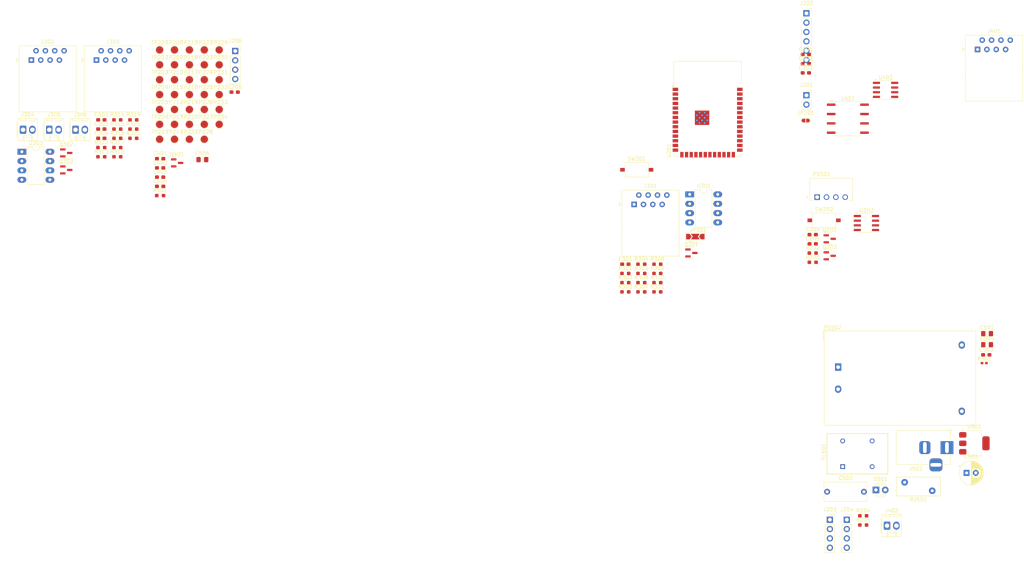
<source format=kicad_pcb>
(kicad_pcb (version 20240108) (generator "pcbnew") (generator_version "8.0")
  (layers (0 "F.Cu" signal) (31 "B.Cu" signal) (34 "B.Paste" user) (35 "F.Paste" user) (36 "B.SilkS" user "B.Silkscreen") (37 "F.SilkS" user "F.Silkscreen") (38 "B.Mask" user) (39 "F.Mask" user) (44 "Edge.Cuts" user))
  (net 0 "")
  (net 1 "Net-(JP201-B)")
  (net 2 "+5V")
  (net 3 "RS485_VCC")
  (net 4 "A2")
  (net 5 "VCC")
  (net 10 "B2")
  (net 12 "TX-485")
  (net 13 "DE-485")
  (net 14 "RE-485")
  (net 15 "RX-485")
  (net 16 "B3")
  (net 17 "A3")
  (net 18 "Net-(C502-Pad1)")
  (net 19 "Net-(J501-Pin_1)")
  (net 20 "A1")
  (net 21 "B1")
  (net 26 "IO1")
  (net 28 "IO2")
  (net 29 "IO3")
  (net 30 "IO4")
  (net 31 "IO5")
  (net 32 "IO6")
  (net 33 "IO7")
  (net 34 "IO8")
  (net 35 "IO9")
  (net 36 "IO10")
  (net 37 "GND")
  (net 38 "3V3")
  (net 39 "RST")
  (net 40 "EN")
  (net 42 "UART0TX")
  (net 43 "UART0RX")
  (net 44 "IO11")
  (net 45 "IO12")
  (net 47 "Net-(D501-A)")
  (net 48 "IO13")
  (net 49 "IO14")
  (net 50 "IO15")
  (net 51 "IO16")
  (net 52 "USB +")
  (net 53 "Net-(PS502-AC_2)")
  (net 54 "USB -")
  (net 64 "Net-(PS502-AC_1)")
  (net 66 "SDA")
  (net 72 "ISO_5V")
  (net 73 "ISO_GND")
  (net 74 "Net-(Q201-B)")
  (net 75 "/ESP32-S3-MINI-module/RTS")
  (net 76 "/ESP32-S3-MINI-module/DTR")
  (net 77 "Net-(Q202-B)")
  (net 78 "+3.3V")
  (net 79 "SCL")
  (net 80 "/CAN_module/CAN_H")
  (net 81 "/CAN_module/CAN_L")
  (net 82 "/ESP32-S3-MINI-module/MISO")
  (net 83 "/ESP32-S3-MINI-module/SCK")
  (net 84 "/ESP32-S3-MINI-module/MOSI")
  (net 85 "/ESP32-S3-MINI-module/SD_CS")
  (net 86 "IO38")
  (net 87 "IO40")
  (net 88 "IO41")
  (net 89 "IO46")
  (footprint "Resistor_SMD:R_0603_1608Metric_Pad0.98x0.95mm_HandSolder" (layer "F.Cu") (at 178.025 90.31)
    (property "Reference" "R302" (at 0 -1.43 0) (layer "F.SilkS"))
    (property "Value" "10K")
    (pad "1" smd roundrect (at -0.9125 0) (size 0.975 0.95) (layers "F.Cu" "F.Paste" "F.Mask") (net 13 "DE-485"))
    (pad "2" smd roundrect (at 0.9125 0) (size 0.975 0.95) (layers "F.Cu" "F.Paste" "F.Mask") (net 3 "RS485_VCC"))
  )
  (footprint "Resistor_SMD:R_0603_1608Metric_Pad0.98x0.95mm_HandSolder" (layer "F.Cu") (at 182.375 87.8)
    (property "Reference" "R305" (at 0 -1.43 0) (layer "F.SilkS"))
    (property "Value" "10K")
    (pad "1" smd roundrect (at -0.9125 0) (size 0.975 0.95) (layers "F.Cu" "F.Paste" "F.Mask") (net 4 "A2"))
    (pad "2" smd roundrect (at 0.9125 0) (size 0.975 0.95) (layers "F.Cu" "F.Paste" "F.Mask") (net 3 "RS485_VCC"))
  )
  (footprint "TestPoint:TestPoint_Pad_D2.0mm" (layer "F.Cu") (at 55.5375 35.12)
    (property "Reference" "TP210" (at 0 -1.998 0) (layer "F.SilkS"))
    (property "Value" "TestPoint")
    (pad "1" smd circle (at 0 0) (size 2 2) (layers "F.Cu" "F.Mask") (net 36 "IO10"))
  )
  (footprint "Capacitor_SMD:C_0603_1608Metric_Pad1.08x0.95mm_HandSolder" (layer "F.Cu") (at 227.075 30.76)
    (property "Reference" "C202" (at 0 -1.43 0) (layer "F.SilkS"))
    (property "Value" "10uF")
    (pad "1" smd roundrect (at -0.8625 0) (size 1.075 0.95) (layers "F.Cu" "F.Paste" "F.Mask") (net 38 "3V3"))
    (pad "2" smd roundrect (at 0.8625 0) (size 1.075 0.95) (layers "F.Cu" "F.Paste" "F.Mask") (net 37 "GND"))
  )
  (footprint "Package_TO_SOT_SMD:SOT-23" (layer "F.Cu") (at 26.1375 55.035)
    (property "Reference" "D302" (at 0 -2.4 0) (layer "F.SilkS"))
    (property "Value" "SM712_SOT23")
    (pad "1" smd roundrect (at -0.9375 -0.95) (size 1.475 0.6) (layers "F.Cu" "F.Paste" "F.Mask") (net 17 "A3"))
    (pad "2" smd roundrect (at -0.9375 0.95) (size 1.475 0.6) (layers "F.Cu" "F.Paste" "F.Mask") (net 16 "B3"))
    (pad "3" smd roundrect (at 0.9375 0) (size 1.475 0.6) (layers "F.Cu" "F.Paste" "F.Mask") (net 37 "GND"))
  )
  (footprint "TestPoint:TestPoint_Pad_D2.0mm" (layer "F.Cu") (at 51.4875 47.27)
    (property "Reference" "TP206" (at 0 -1.998 0) (layer "F.SilkS"))
    (property "Value" "TestPoint")
    (pad "1" smd circle (at 0 0) (size 2 2) (layers "F.Cu" "F.Mask") (net 32 "IO6"))
  )
  (footprint "TestPoint:TestPoint_Pad_D2.0mm" (layer "F.Cu") (at 51.4875 43.22)
    (property "Reference" "TP205" (at 0 -1.998 0) (layer "F.SilkS"))
    (property "Value" "TestPoint")
    (pad "1" smd circle (at 0 0) (size 2 2) (layers "F.Cu" "F.Mask") (net 31 "IO5"))
  )
  (footprint "Resistor_SMD:R_0603_1608Metric_Pad0.98x0.95mm_HandSolder" (layer "F.Cu") (at 178.025 92.82)
    (property "Reference" "R303" (at 0 -1.43 0) (layer "F.SilkS"))
    (property "Value" "10K")
    (pad "1" smd roundrect (at -0.9125 0) (size 0.975 0.95) (layers "F.Cu" "F.Paste" "F.Mask") (net 14 "RE-485"))
    (pad "2" smd roundrect (at 0.9125 0) (size 0.975 0.95) (layers "F.Cu" "F.Paste" "F.Mask") (net 3 "RS485_VCC"))
  )
  (footprint "TestPoint:TestPoint_Pad_D2.0mm" (layer "F.Cu") (at 67.6875 35.12)
    (property "Reference" "TP231" (at 0 -1.998 0) (layer "F.SilkS"))
    (property "Value" "TestPoint")
    (pad "1" smd circle (at 0 0) (size 2 2) (layers "F.Cu" "F.Mask") (net 79 "SCL"))
  )
  (footprint "Connector_RJ:RJ45_Amphenol_54602-x08_Horizontal" (layer "F.Cu") (at 273.7175 26.9)
    (property "Reference" "J401" (at 4.445 -5 0) (layer "F.SilkS"))
    (property "Value" "RJ45")
    (pad "" np_thru_hole circle (at -1.27 6.35) (size 3.2 3.2) (drill 3.2) (layers "*.Cu" "*.Mask"))
    (pad "" np_thru_hole circle (at 10.16 6.35) (size 3.2 3.2) (drill 3.2) (layers "*.Cu" "*.Mask"))
    (pad "1" thru_hole rect (at 0 0) (size 1.5 1.5) (drill 0.76) (layers "*.Cu" "*.Mask"))
    (pad "2" thru_hole circle (at 1.27 -2.54) (size 1.5 1.5) (drill 0.76) (layers "*.Cu" "*.Mask"))
    (pad "3" thru_hole circle (at 2.54 0) (size 1.5 1.5) (drill 0.76) (layers "*.Cu" "*.Mask"))
    (pad "4" thru_hole circle (at 3.81 -2.54) (size 1.5 1.5) (drill 0.76) (layers "*.Cu" "*.Mask"))
    (pad "5" thru_hole circle (at 5.08 0) (size 1.5 1.5) (drill 0.76) (layers "*.Cu" "*.Mask"))
    (pad "6" thru_hole circle (at 6.35 -2.54) (size 1.5 1.5) (drill 0.76) (layers "*.Cu" "*.Mask"))
    (pad "7" thru_hole circle (at 7.62 0) (size 1.5 1.5) (drill 0.76) (layers "*.Cu" "*.Mask"))
    (pad "8" thru_hole circle (at 8.89 -2.54) (size 1.5 1.5) (drill 0.76) (layers "*.Cu" "*.Mask"))
  )
  (footprint "TestPoint:TestPoint_Pad_D2.0mm" (layer "F.Cu") (at 51.4875 35.12)
    (property "Reference" "TP203" (at 0 -1.998 0) (layer "F.SilkS"))
    (property "Value" "TestPoint")
    (pad "1" smd circle (at 0 0) (size 2 2) (layers "F.Cu" "F.Mask") (net 29 "IO3"))
  )
  (footprint "Capacitor_SMD:C_0805_2012Metric_Pad1.18x1.45mm_HandSolder" (layer "F.Cu") (at 63.1075 56.85)
    (property "Reference" "C506" (at 0 -1.68 0) (layer "F.SilkS"))
    (property "Value" "0.1MFD/16V")
    (pad "1" smd roundrect (at -1.0375 0) (size 1.175 1.45) (layers "F.Cu" "F.Paste" "F.Mask") (roundrect_rratio 0.212766) (net 38 "3V3"))
    (pad "2" smd roundrect (at 1.0375 0) (size 1.175 1.45) (layers "F.Cu" "F.Paste" "F.Mask") (roundrect_rratio 0.212766) (net 37 "GND"))
  )
  (footprint "TestPoint:TestPoint_Pad_D2.0mm" (layer "F.Cu") (at 51.4875 31.07)
    (property "Reference" "TP202" (at 0 -1.998 0) (layer "F.SilkS"))
    (property "Value" "TestPoint")
    (pad "1" smd circle (at 0 0) (size 2 2) (layers "F.Cu" "F.Mask") (net 28 "IO2"))
  )
  (footprint "Capacitor_SMD:C_0603_1608Metric_Pad1.08x0.95mm_HandSolder" (layer "F.Cu") (at 35.6575 46.04)
    (property "Reference" "C302" (at 0 -1.43 0) (layer "F.SilkS"))
    (property "Value" "0.1MFD/16V")
    (pad "1" smd roundrect (at -0.8625 0) (size 1.075 0.95) (layers "F.Cu" "F.Paste" "F.Mask") (net 3 "RS485_VCC"))
    (pad "2" smd roundrect (at 0.8625 0) (size 1.075 0.95) (layers "F.Cu" "F.Paste" "F.Mask") (net 37 "GND"))
  )
  (footprint "Connector_RJ:RJ45_Amphenol_54602-x08_Horizontal" (layer "F.Cu") (at 180.41 69.04)
    (property "Reference" "J301" (at 4.445 -5 0) (layer "F.SilkS"))
    (property "Value" "RJ45")
    (pad "" np_thru_hole circle (at -1.27 6.35) (size 3.2 3.2) (drill 3.2) (layers "*.Cu" "*.Mask"))
    (pad "" np_thru_hole circle (at 10.16 6.35) (size 3.2 3.2) (drill 3.2) (layers "*.Cu" "*.Mask"))
    (pad "1" thru_hole rect (at 0 0) (size 1.5 1.5) (drill 0.76) (layers "*.Cu" "*.Mask") (net 21 "B1"))
    (pad "2" thru_hole circle (at 1.27 -2.54) (size 1.5 1.5) (drill 0.76) (layers "*.Cu" "*.Mask") (net 20 "A1"))
    (pad "3" thru_hole circle (at 2.54 0) (size 1.5 1.5) (drill 0.76) (layers "*.Cu" "*.Mask") (net 37 "GND"))
    (pad "4" thru_hole circle (at 3.81 -2.54) (size 1.5 1.5) (drill 0.76) (layers "*.Cu" "*.Mask"))
    (pad "5" thru_hole circle (at 5.08 0) (size 1.5 1.5) (drill 0.76) (layers "*.Cu" "*.Mask"))
    (pad "6" thru_hole circle (at 6.35 -2.54) (size 1.5 1.5) (drill 0.76) (layers "*.Cu" "*.Mask") (net 37 "GND"))
    (pad "7" thru_hole circle (at 7.62 0) (size 1.5 1.5) (drill 0.76) (layers "*.Cu" "*.Mask") (net 20 "A1"))
    (pad "8" thru_hole circle (at 8.89 -2.54) (size 1.5 1.5) (drill 0.76) (layers "*.Cu" "*.Mask") (net 21 "B1"))
  )
  (footprint "Button_Switch_SMD:SW_Tactile_SPST_NO_Straight_CK_PTS636Sx25SMTRLFS" (layer "F.Cu") (at 181.125 59.62)
    (property "Reference" "SW201" (at 0 -3 0) (layer "F.SilkS"))
    (property "Value" "SW_Omron_B3FS")
    (pad "1" smd rect (at -3.875 0) (size 1.25 1) (layers "F.Cu" "F.Paste" "F.Mask") (net 1 "Net-(JP201-B)"))
    (pad "2" smd rect (at 3.875 0) (size 1.25 1) (layers "F.Cu" "F.Paste" "F.Mask") (net 37 "GND"))
  )
  (footprint "Resistor_SMD:R_0603_1608Metric_Pad0.98x0.95mm_HandSolder" (layer "F.Cu") (at 44.3575 46.04)
    (property "Reference" "R319" (at 0 -1.43 0) (layer "F.SilkS"))
    (property "Value" "10K")
    (pad "1" smd roundrect (at -0.9125 0) (size 0.975 0.95) (layers "F.Cu" "F.Paste" "F.Mask") (net 20 "A1"))
    (pad "2" smd roundrect (at 0.9125 0) (size 0.975 0.95) (layers "F.Cu" "F.Paste" "F.Mask") (net 3 "RS485_VCC"))
  )
  (footprint "TestPoint:TestPoint_Pad_D2.0mm" (layer "F.Cu") (at 55.5375 31.07)
    (property "Reference" "TP209" (at 0 -1.998 0) (layer "F.SilkS"))
    (property "Value" "TestPoint")
    (pad "1" smd circle (at 0 0) (size 2 2) (layers "F.Cu" "F.Mask") (net 35 "IO9"))
  )
  (footprint "Connector_Molex:Molex_KK-254_AE-6410-02A_1x02_P2.54mm_Vertical" (layer "F.Cu") (at 21.5175 48.73)
    (property "Reference" "J305" (at 1.27 -4.12 0) (layer "F.SilkS"))
    (property "Value" "Conn_01x02_Socket")
    (pad "1" thru_hole roundrect (at 0 0) (size 1.74 2.19) (drill 1.19) (layers "*.Cu" "*.Mask") (roundrect_rratio 0.143678) (net 4 "A2"))
    (pad "2" thru_hole oval (at 2.54 0) (size 1.74 2.19) (drill 1.19) (layers "*.Cu" "*.Mask") (net 10 "B2"))
  )
  (footprint "Resistor_SMD:R_0603_1608Metric_Pad0.98x0.95mm_HandSolder" (layer "F.Cu") (at 51.6375 66.64)
    (property "Reference" "R401" (at 0 -1.43 0) (layer "F.SilkS"))
    (property "Value" "120R")
    (pad "1" smd roundrect (at -0.9125 0) (size 0.975 0.95) (layers "F.Cu" "F.Paste" "F.Mask") (net 80 "/CAN_module/CAN_H"))
    (pad "2" smd roundrect (at 0.9125 0) (size 0.975 0.95) (layers "F.Cu" "F.Paste" "F.Mask") (net 81 "/CAN_module/CAN_L"))
  )
  (footprint "Connector_RJ:RJ45_Amphenol_54602-x08_Horizontal" (layer "F.Cu") (at 34.3375 29.79)
    (property "Reference" "J303" (at 4.445 -5 0) (layer "F.SilkS"))
    (property "Value" "RJ45")
    (pad "" np_thru_hole circle (at -1.27 6.35) (size 3.2 3.2) (drill 3.2) (layers "*.Cu" "*.Mask"))
    (pad "" np_thru_hole circle (at 10.16 6.35) (size 3.2 3.2) (drill 3.2) (layers "*.Cu" "*.Mask"))
    (pad "1" thru_hole rect (at 0 0) (size 1.5 1.5) (drill 0.76) (layers "*.Cu" "*.Mask") (net 16 "B3"))
    (pad "2" thru_hole circle (at 1.27 -2.54) (size 1.5 1.5) (drill 0.76) (layers "*.Cu" "*.Mask") (net 17 "A3"))
    (pad "3" thru_hole circle (at 2.54 0) (size 1.5 1.5) (drill 0.76) (layers "*.Cu" "*.Mask") (net 37 "GND"))
    (pad "4" thru_hole circle (at 3.81 -2.54) (size 1.5 1.5) (drill 0.76) (layers "*.Cu" "*.Mask"))
    (pad "5" thru_hole circle (at 5.08 0) (size 1.5 1.5) (drill 0.76) (layers "*.Cu" "*.Mask"))
    (pad "6" thru_hole circle (at 6.35 -2.54) (size 1.5 1.5) (drill 0.76) (layers "*.Cu" "*.Mask") (net 37 "GND"))
    (pad "7" thru_hole circle (at 7.62 0) (size 1.5 1.5) (drill 0.76) (layers "*.Cu" "*.Mask") (net 17 "A3"))
    (pad "8" thru_hole circle (at 8.89 -2.54) (size 1.5 1.5) (drill 0.76) (layers "*.Cu" "*.Mask") (net 16 "B3"))
  )
  (footprint "TestPoint:TestPoint_Pad_D2.0mm" (layer "F.Cu") (at 63.6375 51.32)
    (property "Reference" "TP228" (at 0 -1.998 0) (layer "F.SilkS"))
    (property "Value" "TestPoint")
    (pad "1" smd circle (at 0 0) (size 2 2) (layers "F.Cu" "F.Mask") (net 87 "IO40"))
  )
  (footprint "Package_TO_SOT_SMD:SOT-23" (layer "F.Cu") (at 233.545 78.39)
    (property "Reference" "Q201" (at 0 -2.4 0) (layer "F.SilkS"))
    (property "Value" "MMBT3904")
    (pad "1" smd roundrect (at -0.9375 -0.95) (size 1.475 0.6) (layers "F.Cu" "F.Paste" "F.Mask") (net 74 "Net-(Q201-B)"))
    (pad "2" smd roundrect (at -0.9375 0.95) (size 1.475 0.6) (layers "F.Cu" "F.Paste" "F.Mask") (net 75 "/ESP32-S3-MINI-module/RTS"))
    (pad "3" smd roundrect (at 0.9375 0) (size 1.475 0.6) (layers "F.Cu" "F.Paste" "F.Mask") (net 40 "EN"))
  )
  (footprint "Resistor_SMD:R_0603_1608Metric_Pad0.98x0.95mm_HandSolder" (layer "F.Cu") (at 35.6575 53.57)
    (property "Reference" "R312" (at 0 -1.43 0) (layer "F.SilkS"))
    (property "Value" "10K")
    (pad "1" smd roundrect (at -0.9125 0) (size 0.975 0.95) (layers "F.Cu" "F.Paste" "F.Mask") (net 12 "TX-485"))
    (pad "2" smd roundrect (at 0.9125 0) (size 0.975 0.95) (layers "F.Cu" "F.Paste" "F.Mask") (net 3 "RS485_VCC"))
  )
  (footprint "Capacitor_SMD:C_0603_1608Metric_Pad1.08x0.95mm_HandSolder" (layer "F.Cu") (at 228.925 77.245)
    (property "Reference" "C204" (at 0 -1.43 0) (layer "F.SilkS"))
    (property "Value" "0.1uF")
    (pad "1" smd roundrect (at -0.8625 0) (size 1.075 0.95) (layers "F.Cu" "F.Paste" "F.Mask") (net 38 "3V3"))
    (pad "2" smd roundrect (at 0.8625 0) (size 1.075 0.95) (layers "F.Cu" "F.Paste" "F.Mask") (net 37 "GND"))
  )
  (footprint "Package_TO_SOT_SMD:SOT-23" (layer "F.Cu") (at 233.545 83.015)
    (property "Reference" "Q202" (at 0 -2.4 0) (layer "F.SilkS"))
    (property "Value" "MMBT3904")
    (pad "1" smd roundrect (at -0.9375 -0.95) (size 1.475 0.6) (layers "F.Cu" "F.Paste" "F.Mask") (net 77 "Net-(Q202-B)"))
    (pad "2" smd roundrect (at -0.9375 0.95) (size 1.475 0.6) (layers "F.Cu" "F.Paste" "F.Mask") (net 76 "/ESP32-S3-MINI-module/DTR"))
    (pad "3" smd roundrect (at 0.9375 0) (size 1.475 0.6) (layers "F.Cu" "F.Paste" "F.Mask") (net 39 "RST"))
  )
  (footprint "Resistor_SMD:R_0603_1608Metric_Pad0.98x0.95mm_HandSolder" (layer "F.Cu") (at 228.925 82.265)
    (property "Reference" "R202" (at 0 -1.43 0) (layer "F.SilkS"))
    (property "Value" "0R_0603")
    (pad "1" smd roundrect (at -0.9125 0) (size 0.975 0.95) (layers "F.Cu" "F.Paste" "F.Mask") (net 76 "/ESP32-S3-MINI-module/DTR"))
    (pad "2" smd roundrect (at 0.9125 0) (size 0.975 0.95) (layers "F.Cu" "F.Paste" "F.Mask") (net 74 "Net-(Q201-B)"))
  )
  (footprint "TestPoint:TestPoint_Pad_D2.0mm" (layer "F.Cu") (at 67.6875 31.07)
    (property "Reference" "TP230" (at 0 -1.998 0) (layer "F.SilkS"))
    (property "Value" "TestPoint")
    (pad "1" smd circle (at 0 0) (size 2 2) (layers "F.Cu" "F.Mask") (net 89 "IO46"))
  )
  (footprint "Capacitor_SMD:C_0603_1608Metric_Pad1.08x0.95mm_HandSolder" (layer "F.Cu") (at 51.6375 61.62)
    (property "Reference" "C403" (at 0 -1.43 0) (layer "F.SilkS"))
    (property "Value" "100nF")
    (pad "1" smd roundrect (at -0.8625 0) (size 1.075 0.95) (layers "F.Cu" "F.Paste" "F.Mask") (net 73 "ISO_GND"))
    (pad "2" smd roundrect (at 0.8625 0) (size 1.075 0.95) (layers "F.Cu" "F.Paste" "F.Mask") (net 72 "ISO_5V"))
  )
  (footprint "TestPoint:TestPoint_Pad_D2.0mm" (layer "F.Cu") (at 55.5375 27.02)
    (property "Reference" "TP208" (at 0 -1.998 0) (layer "F.SilkS"))
    (property "Value" "TestPoint")
    (pad "1" smd circle (at 0 0) (size 2 2) (layers "F.Cu" "F.Mask") (net 34 "IO8"))
  )
  (footprint "Resistor_SMD:R_0402_1005Metric_Pad0.72x0.64mm_HandSolder" (layer "F.Cu") (at 275.53 112.195)
    (property "Reference" "R501" (at 0 -1.17 0) (layer "F.SilkS"))
    (property "Value" "1.5K")
    (pad "1" smd roundrect (at -0.5975 0) (size 0.715 0.64) (layers "F.Cu" "F.Paste" "F.Mask") (net 38 "3V3"))
    (pad "2" smd roundrect (at 0.5975 0) (size 0.715 0.64) (layers "F.Cu" "F.Paste" "F.Mask") (net 47 "Net-(D501-A)"))
  )
  (footprint "TestPoint:TestPoint_Pad_D2.0mm" (layer "F.Cu") (at 63.6375 43.22)
    (property "Reference" "TP226" (at 0 -1.998 0) (layer "F.SilkS"))
    (property "Value" "TestPoint")
    (pad "1" smd circle (at 0 0) (size 2 2) (layers "F.Cu" "F.Mask") (net 85 "/ESP32-S3-MINI-module/SD_CS"))
  )
  (footprint "TestPoint:TestPoint_Pad_D2.0mm" (layer "F.Cu") (at 59.5875 47.27)
    (property "Reference" "TP220" (at 0 -1.998 0) (layer "F.SilkS"))
    (property "Value" "TestPoint")
    (pad "1" smd circle (at 0 0) (size 2 2) (layers "F.Cu" "F.Mask") (net 15 "RX-485"))
  )
  (footprint "Button_Switch_SMD:SW_Tactile_SPST_NO_Straight_CK_PTS636Sx25SMTRLFS" (layer "F.Cu") (at 232.025 73.365)
    (property "Reference" "SW202" (at 0 -3 0) (layer "F.SilkS"))
    (property "Value" "SW_Omron_B3FS")
    (pad "1" smd rect (at -3.875 0) (size 1.25 1) (layers "F.Cu" "F.Paste" "F.Mask") (net 39 "RST"))
    (pad "2" smd rect (at 3.875 0) (size 1.25 1) (layers "F.Cu" "F.Paste" "F.Mask") (net 37 "GND"))
  )
  (footprint "Connector_RJ:RJ45_Amphenol_54602-x08_Horizontal" (layer "F.Cu") (at 16.6525 29.79)
    (property "Reference" "J302" (at 4.445 -5 0) (layer "F.SilkS"))
    (property "Value" "RJ45")
    (pad "" np_thru_hole circle (at -1.27 6.35) (size 3.2 3.2) (drill 3.2) (layers "*.Cu" "*.Mask"))
    (pad "" np_thru_hole circle (at 10.16 6.35) (size 3.2 3.2) (drill 3.2) (layers "*.Cu" "*.Mask"))
    (pad "1" thru_hole rect (at 0 0) (size 1.5 1.5) (drill 0.76) (layers "*.Cu" "*.Mask") (net 10 "B2"))
    (pad "2" thru_hole circle (at 1.27 -2.54) (size 1.5 1.5) (drill 0.76) (layers "*.Cu" "*.Mask") (net 4 "A2"))
    (pad "3" thru_hole circle (at 2.54 0) (size 1.5 1.5) (drill 0.76) (layers "*.Cu" "*.Mask") (net 37 "GND"))
    (pad "4" thru_hole circle (at 3.81 -2.54) (size 1.5 1.5) (drill 0.76) (layers "*.Cu" "*.Mask"))
    (pad "5" thru_hole circle (at 5.08 0) (size 1.5 1.5) (drill 0.76) (layers "*.Cu" "*.Mask"))
    (pad "6" thru_hole circle (at 6.35 -2.54) (size 1.5 1.5) (drill 0.76) (layers "*.Cu" "*.Mask") (net 37 "GND"))
    (pad "7" thru_hole circle (at 7.62 0) (size 1.5 1.5) (drill 0.76) (layers "*.Cu" "*.Mask") (net 4 "A2"))
    (pad "8" thru_hole circle (at 8.89 -2.54) (size 1.5 1.5) (drill 0.76) (layers "*.Cu" "*.Mask") (net 10 "B2"))
  )
  (footprint "LED_THT:LED_D3.0mm" (layer "F.Cu") (at 246.1 146.675)
    (property "Reference" "D501" (at 1.27 -2.96 0) (layer "F.SilkS"))
    (property "Value" "3mm RED")
    (pad "1" thru_hole rect (at 0 0) (size 1.8 1.8) (drill 0.9) (layers "*.Cu" "*.Mask") (net 37 "GND"))
    (pad "2" thru_hole circle (at 2.54 0) (size 1.8 1.8) (drill 0.9) (layers "*.Cu" "*.Mask") (net 47 "Net-(D501-A)"))
  )
  (footprint "TestPoint:TestPoint_Pad_D2.0mm" (layer "F.Cu") (at 51.4875 51.32)
    (property "Reference" "TP207" (at 0 -1.998 0) (layer "F.SilkS"))
    (property "Value" "TestPoint")
    (pad "1" smd circle (at 0 0) (size 2 2) (layers "F.Cu" "F.Mask") (net 33 "IO7"))
  )
  (footprint "Capacitor_SMD:C_0603_1608Metric_Pad1.08x0.95mm_HandSolder" (layer "F.Cu") (at 35.6575 51.06)
    (property "Reference" "C304" (at 0 -1.43 0) (layer "F.SilkS"))
    (property "Value" "0.1MFD/16V")
    (pad "1" smd roundrect (at -0.8625 0) (size 1.075 0.95) (layers "F.Cu" "F.Paste" "F.Mask") (net 3 "RS485_VCC"))
    (pad "2" smd roundrect (at 0.8625 0) (size 1.075 0.95) (layers "F.Cu" "F.Paste" "F.Mask") (net 37 "GND"))
  )
  (footprint "Connector_PinSocket_2.54mm:PinSocket_1x04_P2.54mm_Vertical" (layer "F.Cu") (at 233.6 154.775)
    (property "Reference" "J203" (at 0 -2.77 0) (layer "F.SilkS"))
    (property "Value" "Conn_01x04_Socket")
    (pad "1" thru_hole rect (at 0 0) (size 1.7 1.7) (drill 1) (layers "*.Cu" "*.Mask") (net 37 "GND"))
    (pad "2" thru_hole oval (at 0 2.54) (size 1.7 1.7) (drill 1) (layers "*.Cu" "*.Mask") (net 38 "3V3"))
    (pad "3" thru_hole oval (at 0 5.08) (size 1.7 1.7) (drill 1) (layers "*.Cu" "*.Mask") (net 79 "SCL"))
    (pad "4" thru_hole oval (at 0 7.62) (size 1.7 1.7) (drill 1) (layers "*.Cu" "*.Mask") (net 66 "SDA"))
  )
  (footprint "Resistor_SMD:R_0603_1608Metric_Pad0.98x0.95mm_HandSolder" (layer "F.Cu") (at 40.0075 48.55)
    (property "Reference" "R315" (at 0 -1.43 0) (layer "F.SilkS"))
    (property "Value" "10K")
    (pad "1" smd roundrect (at -0.9125 0) (size 0.975 0.95) (layers "F.Cu" "F.Paste" "F.Mask") (net 15 "RX-485"))
    (pad "2" smd roundrect (at 0.9125 0) (size 0.975 0.95) (layers "F.Cu" "F.Paste" "F.Mask") (net 3 "RS485_VCC"))
  )
  (footprint "TestPoint:TestPoint_Pad_D2.0mm" (layer "F.Cu") (at 67.6875 27.02)
    (property "Reference" "TP229" (at 0 -1.998 0) (layer "F.SilkS"))
    (property "Value" "TestPoint")
    (pad "1" smd circle (at 0 0) (size 2 2) (layers "F.Cu" "F.Mask") (net 88 "IO41"))
  )
  (footprint "Varistor:RV_Disc_D12mm_W5.1mm_P7.5mm" (layer "F.Cu") (at 253.9 144.605)
    (property "Reference" "RV501" (at 3.75 4.7 0) (layer "F.SilkS"))
    (property "Value" "10D561")
    (pad "1" thru_hole circle (at 0 0) (size 1.8 1.8) (drill 0.8) (layers "*.Cu" "*.Mask") (net 19 "Net-(J501-Pin_1)"))
    (pad "2" thru_hole circle (at 7.5 2.3) (size 1.8 1.8) (drill 0.8) (layers "*.Cu" "*.Mask") (net 18 "Net-(C502-Pad1)"))
  )
  (footprint "Resistor_SMD:R_0603_1608Metric_Pad0.98x0.95mm_HandSolder" (layer "F.Cu") (at 40.0075 56.08)
    (property "Reference" "R318" (at 0 -1.43 0) (layer "F.SilkS"))
    (property "Value" "120R")
    (pad "1" smd roundrect (at -0.9125 0) (size 0.975 0.95) (layers "F.Cu" "F.Paste" "F.Mask") (net 17 "A3"))
    (pad "2" smd roundrect (at 0.9125 0) (size 0.975 0.95) (layers "F.Cu" "F.Paste" "F.Mask") (net 16 "B3"))
  )
  (footprint "Connector_Molex:Molex_KK-254_AE-6410-02A_1x02_P2.54mm_Vertical" (layer "F.Cu") (at 28.6475 48.73)
    (property "Reference" "J306" (at 1.27 -4.12 0) (layer "F.SilkS"))
    (property "Value" "Conn_01x02_Socket")
    (pad "1" thru_hole roundrect (at 0 0) (size 1.74 2.19) (drill 1.19) (layers "*.Cu" "*.Mask") (roundrect_rratio 0.143678) (net 17 "A3"))
    (pad "2" thru_hole oval (at 2.54 0) (size 1.74 2.19) (drill 1.19) (layers "*.Cu" "*.Mask") (net 16 "B3"))
  )
  (footprint "TestPoint:TestPoint_Pad_D2.0mm" (layer "F.Cu") (at 59.5875 51.32)
    (property "Reference" "TP221" (at 0 -1.998 0) (layer "F.SilkS"))
    (property "Value" "TestPoint")
    (pad "1" smd circle (at 0 0) (size 2 2) (layers "F.Cu" "F.Mask") (net 52 "USB +"))
  )
  (footprint "Package_TO_SOT_SMD:SOT-23" (layer "F.Cu") (at 195.975 82.245)
    (property "Reference" "D301" (at 0 -2.4 0) (layer "F.SilkS"))
    (property "Value" "SM712_SOT23")
    (pad "1" smd roundrect (at -0.9375 -0.95) (size 1.475 0.6) (layers "F.Cu" "F.Paste" "F.Mask") (net 4 "A2"))
    (pad "2" smd roundrect (at -0.9375 0.95) (size 1.475 0.6) (layers "F.Cu" "F.Paste" "F.Mask") (net 10 "B2"))
    (pad "3" smd roundrect (at 0.9375 0) (size 1.475 0.6) (layers "F.Cu" "F.Paste" "F.Mask") (net 37 "GND"))
  )
  (footprint "RF_Module:ESP32-S3-MINI-S3-WROOM-1" (layer "F.Cu") (at 200.375 43.02)
    (property "Reference" "U201" (at -10.5 11.4 90) (layer "F.SilkS"))
    (property "Value" "ESP32-S3-MINI-S3-WROOM-1")
    (pad "1" smd rect (at -8.75 -5.26) (size 1.5 0.9) (layers "F.Cu" "F.Paste" "F.Mask") (net 37 "GND"))
    (pad "2" smd rect (at -8.75 -3.99) (size 1.5 0.9) (layers "F.Cu" "F.Paste" "F.Mask") (net 38 "3V3"))
    (pad "3" smd rect (at -8.75 -2.72) (size 1.5 0.9) (layers "F.Cu" "F.Paste" "F.Mask") (net 40 "EN"))
    (pad "4" smd rect (at -8.75 -1.45) (size 1.5 0.9) (layers "F.Cu" "F.Paste" "F.Mask") (net 30 "IO4"))
    (pad "5" smd rect (at -8.75 -0.18) (size 1.5 0.9) (layers "F.Cu" "F.Paste" "F.Mask") (net 31 "IO5"))
    (pad "6" smd rect (at -8.75 1.09) (size 1.5 0.9) (layers "F.Cu" "F.Paste" "F.Mask") (net 32 "IO6"))
    (pad "7" smd rect (at -8.75 2.36) (size 1.5 0.9) (layers "F.Cu" "F.Paste" "F.Mask") (net 33 "IO7"))
    (pad "8" smd rect (at -8.75 3.63) (size 1.5 0.9) (layers "F.Cu" "F.Paste" "F.Mask") (net 50 "IO15"))
    (pad "9" smd rect (at -8.75 4.9) (size 1.5 0.9) (layers "F.Cu" "F.Paste" "F.Mask") (net 51 "IO16"))
    (pad "10" smd rect (at -8.75 6.17) (size 1.5 0.9) (layers "F.Cu" "F.Paste" "F.Mask") (net 12 "TX-485"))
    (pad "11" smd rect (at -8.75 7.44) (size 1.5 0.9) (layers "F.Cu" "F.Paste" "F.Mask") (net 15 "RX-485"))
    (pad "12" smd rect (at -8.75 8.71) (size 1.5 0.9) (layers "F.Cu" "F.Paste" "F.Mask") (net 34 "IO8"))
    (pad "13" smd rect (at -8.75 9.98) (size 1.5 0.9) (layers "F.Cu" "F.Paste" "F.Mask") (net 52 "USB +"))
    (pad "14" smd rect (at -8.75 11.25 180) (size 1.5 0.9) (layers "F.Cu" "F.Paste" "F.Mask") (net 54 "USB -"))
    (pad "15" smd rect (at -6.985 12.5 270) (size 1.5 0.9) (layers "F.Cu" "F.Paste" "F.Mask") (net 29 "IO3"))
    (pad "16" smd rect (at -5.715 12.5 270) (size 1.5 0.9) (layers "F.Cu" "F.Paste" "F.Mask") (net 89 "IO46"))
    (pad "17" smd rect (at -4.445 12.5 270) (size 1.5 0.9) (layers "F.Cu" "F.Paste" "F.Mask") (net 35 "IO9"))
    (pad "18" smd rect (at -3.175 12.5 270) (size 1.5 0.9) (layers "F.Cu" "F.Paste" "F.Mask") (net 36 "IO10"))
    (pad "19" smd rect (at -1.905 12.5 270) (size 1.5 0.9) (layers "F.Cu" "F.Paste" "F.Mask") (net 44 "IO11"))
    (pad "20" smd rect (at -0.635 12.5 270) (size 1.5 0.9) (layers "F.Cu" "F.Paste" "F.Mask") (net 45 "IO12"))
    (pad "21" smd rect (at 0.635 12.5 270) (size 1.5 0.9) (layers "F.Cu" "F.Paste" "F.Mask") (net 48 "IO13"))
    (pad "22" smd rect (at 1.905 12.5 270) (size 1.5 0.9) (layers "F.Cu" "F.Paste" "F.Mask") (net 49 "IO14"))
    (pad "23" smd rect (at 3.175 12.5 270) (size 1.5 0.9) (layers "F.Cu" "F.Paste" "F.Mask") (net 82 "/ESP32-S3-MINI-module/MISO"))
    (pad "24" smd rect (at 4.445 12.5 270) (size 1.5 0.9) (layers "F.Cu" "F.Paste" "F.Mask") (net 79 "SCL"))
    (pad "25" smd rect (at 5.715 12.5 270) (size 1.5 0.9) (layers "F.Cu" "F.Paste" "F.Mask") (net 66 "SDA"))
    (pad "26" smd rect (at 6.985 12.5 270) (size 1.5 0.9) (layers "F.Cu" "F.Paste" "F.Mask") (net 85 "/ESP32-S3-MINI-module/SD_CS"))
    (pad "27" smd rect (at 8.75 11.25) (size 1.5 0.9) (layers "F.Cu" "F.Paste" "F.Mask") (net 39 "RST"))
    (pad "28" smd rect (at 8.75 9.98) (size 1.5 0.9) (layers "F.Cu" "F.Paste" "F.Mask"))
    (pad "29" smd rect (at 8.75 8.71) (size 1.5 0.9) (layers "F.Cu" "F.Paste" "F.Mask"))
    (pad "30" smd rect (at 8.75 7.44) (size 1.5 0.9) (layers "F.Cu" "F.Paste" "F.Mask"))
    (pad "31" smd rect (at 8.75 6.17) (size 1.5 0.9) (layers "F.Cu" "F.Paste" "F.Mask") (net 86 "IO38"))
    (pad "32" smd rect (at 8.75 4.9) (size 1.5 0.9) (layers "F.Cu" "F.Paste" "F.Mask") (net 83 "/ESP32-S3-MINI-module/SCK"))
    (pad "33" smd rect (at 8.75 3.63) (size 1.5 0.9) (layers "F.Cu" "F.Paste" "F.Mask") (net 87 "IO40"))
    (pad "34" smd rect (at 8.75 2.36) (size 1.5 0.9) (layers "F.Cu" "F.Paste" "F.Mask") (net 88 "IO41"))
    (pad "35" smd rect (at 8.75 1.09) (size 1.5 0.9) (layers "F.Cu" "F.Paste" "F.Mask") (net 84 "/ESP32-S3-MINI-module/MOSI"))
    (pad "36" smd rect (at 8.75 -0.18) (size 1.5 0.9) (layers "F.Cu" "F.Paste" "F.Mask") (net 43 "UART0RX"))
    (pad "37" smd rect (at 8.75 -1.45) (size 1.5 0.9) (layers "F.Cu" "F.Paste" "F.Mask") (net 42 "UART0TX"))
    (pad "38" smd rect (at 8.75 -2.72) (size 1.5 0.9) (layers "F.Cu" "F.Paste" "F.Mask") (net 28 "IO2"))
    (pad "39" smd rect (at 8.75 -3.99) (size 1.5 0.9) (layers "F.Cu" "F.Paste" "F.Mask") (net 26 "IO1"))
    (pad "40" smd rect (at 8.75 -5.26) (size 1.5 0.9) (layers "F.Cu" "F.Paste" "F.Mask") (net 37 "GND"))
    (pad "41" thru_hole circle (at -2.9 1.76 90) (size 0.6 0.6) (drill 0.2) (property pad_prop_heatsink) (layers "*.Cu" "F.Mask") (net 37 "GND"))
    (pad "41" thru_hole circle (at -2.9 3.16) (size 0.6 0.6) (drill 0.2) (property pad_prop_heatsink) (layers "*.Cu" "F.Mask") (net 37 "GND"))
    (pad "41" thru_hole circle (at -2.2 1.06) (size 0.6 0.6) (drill 0.2) (property pad_prop_heatsink) (layers "*.Cu" "F.Mask") (net 37 "GND"))
    (pad "41" thru_hole circle (at -2.2 2.46) (size 0.6 0.6) (drill 0.2) (property pad_prop_heatsink) (layers "*.Cu" "F.Mask") (net 37 "GND"))
    (pad "41" thru_hole circle (at -2.2 3.86) (size 0.6 0.6) (drill 0.2) (property pad_prop_heatsink) (layers "*.Cu" "F.Mask") (net 37 "GND"))
    (pad "41" thru_hole circle (at -1.5 1.76) (size 0.6 0.6) (drill 0.2) (property pad_prop_heatsink) (layers "*.Cu" "F.Mask") (net 37 "GND"))
    (pad "41" smd rect (at -1.5 2.46 270) (size 3.9 3.9) (layers "F.Cu" "F.Mask") (net 37 "GND"))
    (pad "41" thru_hole circle (at -1.5 3.16) (size 0.6 0.6) (drill 0.2) (property pad_prop_heatsink) (layers "*.Cu" "F.Mask") (net 37 "GND"))
    (pad "41" thru_hole circle (at -0.8 1.06) (size 0.6 0.6) (drill 0.2) (property pad_prop_heatsink) (layers "*.Cu" "F.Mask") (net 37 "GND"))
    (pad "41" thru_hole circle (at -0.8 2.46) (size 0.6 0.6) (drill 0.2) (property pad_prop_heatsink) (layers "*.Cu" "F.Mask") (net 37 "GND"))
    (pad "41" thru_hole circle (at -0.8 3.86) (size 0.6 0.6) (drill 0.2) (property pad_prop_heatsink) (layers "*.Cu" "F.Mask") (net 37 "GND"))
    (pad "41" thru_hole circle (at -0.1 1.76) (size 0.6 0.6) (drill 0.2) (property pad_prop_heatsink) (layers "*.Cu" "F.Mask") (net 37 "GND"))
    (pad "41" thru_hole circle (at -0.1 3.16) (size 0.6 0.6) (drill 0.2) (property pad_prop_heatsink) (layers "*.Cu" "F.Mask") (net 37 "GND"))
  )
  (footprint "Jumper:SolderJumper-3_P2.0mm_Open_TrianglePad1.0x1.5mm" (layer "F.Cu") (at 197.035 77.79)
    (property "Reference" "JP301" (at 0.725 -1.775 0) (layer "F.SilkS"))
    (property "Value" "SolderJumper_3_Open")
    (pad "1" smd custom (at -2 0) (size 0.3 0.3) (layers "F.Cu" "F.Mask") (net 38 "3V3") (options (clearance outline) (anchor rect)) (primitives (gr_poly (pts (xy 1 0) (xy 0.5 0.75) (xy -0.5 0.75) (xy -0.5 -0.75) (xy 0.5 -0.75)) (width 0) (fill yes))))
    (pad "2" smd custom (at 0 0) (size 0.3 0.3) (layers "F.Cu") (net 3 "RS485_VCC") (options (clearance outline) (anchor rect)) (primitives (gr_poly (pts (xy 0.7 0) (xy 1.2 0.75) (xy -1.2 0.75) (xy -0.7 0) (xy -1.2 -0.75) (xy 1.2 -0.75)) (width 0) (fill yes))))
    (pad "3" smd custom (at 2 0 180) (size 0.3 0.3) (layers "F.Cu" "F.Mask") (net 2 "+5V") (options (clearance outline) (anchor rect)) (primitives (gr_poly (pts (xy 1 0) (xy 0.5 0.75) (xy -0.5 0.75) (xy -0.5 -0.75) (xy 0.5 -0.75)) (width 0) (fill yes))))
  )
  (footprint "Resistor_SMD:R_0603_1608Metric_Pad0.98x0.95mm_HandSolder" (layer "F.Cu") (at 40.0075 51.06)
    (property "Reference" "R316" (at 0 -1.43 0) (layer "F.SilkS"))
    (property "Value" "10K")
    (pad "1" smd roundrect (at -0.9125 0) (size 0.975 0.95) (layers "F.Cu" "F.Paste" "F.Mask") (net 17 "A3"))
    (pad "2" smd roundrect (at 0.9125 0) (size 0.975 0.95) (layers "F.Cu" "F.Paste" "F.Mask") (net 3 "RS485_VCC"))
  )
  (footprint "Capacitor_SMD:C_0603_1608Metric_Pad1.08x0.95mm_HandSolder" (layer "F.Cu") (at 35.6575 48.55)
    (property "Reference" "C303" (at 0 -1.43 0) (layer "F.SilkS"))
    (property "Value" "0.1MFD/16V")
    (pad "1" smd roundrect (at -0.8625 0) (size 1.075 0.95) (layers "F.Cu" "F.Paste" "F.Mask") (net 3 "RS485_VCC"))
    (pad "2" smd roundrect (at 0.8625 0) (size 1.075 0.95) (layers "F.Cu" "F.Paste" "F.Mask") (net 37 "GND"))
  )
  (footprint "Capacitor_SMD:C_0805_2012Metric_Pad1.18x1.45mm_HandSolder" (layer "F.Cu") (at 276.31 104.175)
    (property "Reference" "C501" (at 0 -1.68 0) (layer "F.SilkS"))
    (property "Value" "10MFD/16V")
    (pad "1" smd roundrect (at -1.0375 0) (size 1.175 1.45) (layers "F.Cu" "F.Paste" "F.Mask") (roundrect_rratio 0.212766) (net 2 "+5V"))
    (pad "2" smd roundrect (at 1.0375 0) (size 1.175 1.45) (layers "F.Cu" "F.Paste" "F.Mask") (roundrect_rratio 0.212766) (net 37 "GND"))
  )
  (footprint "Resistor_SMD:R_0603_1608Metric_Pad0.98x0.95mm_HandSolder" (layer "F.Cu") (at 182.375 85.29)
    (property "Reference" "R304" (at 0 -1.43 0) (layer "F.SilkS"))
    (property "Value" "10K")
    (pad "1" smd roundrect (at -0.9125 0) (size 0.975 0.95) (layers "F.Cu" "F.Paste" "F.Mask") (net 15 "RX-485"))
    (pad "2" smd roundrect (at 0.9125 0) (size 0.975 0.95) (layers "F.Cu" "F.Paste" "F.Mask") (net 3 "RS485_VCC"))
  )
  (footprint "Resistor_SMD:R_0603_1608Metric_Pad0.98x0.95mm_HandSolder" (layer "F.Cu") (at 228.925 84.775)
    (property "Reference" "R203" (at 0 -1.43 0) (layer "F.SilkS"))
    (property "Value" "0R_0603")
    (pad "1" smd roundrect (at -0.9125 0) (size 0.975 0.95) (layers "F.Cu" "F.Paste" "F.Mask") (net 75 "/ESP32-S3-MINI-module/RTS"))
    (pad "2" smd roundrect (at 0.9125 0) (size 0.975 0.95) (layers "F.Cu" "F.Paste" "F.Mask") (net 77 "Net-(Q202-B)"))
  )
  (footprint "Package_TO_SOT_SMD:SOT-23" (layer "F.Cu") (at 56.2575 57.745)
    (property "Reference" "D401" (at 0 -2.4 0) (layer "F.SilkS"))
    (property "Value" "SM712_SOT23")
    (pad "1" smd roundrect (at -0.9375 -0.95) (size 1.475 0.6) (layers "F.Cu" "F.Paste" "F.Mask") (net 80 "/CAN_module/CAN_H"))
    (pad "2" smd roundrect (at -0.9375 0.95) (size 1.475 0.6) (layers "F.Cu" "F.Paste" "F.Mask") (net 81 "/CAN_module/CAN_L"))
    (pad "3" smd roundrect (at 0.9375 0) (size 1.475 0.6) (layers "F.Cu" "F.Paste" "F.Mask") (net 37 "GND"))
  )
  (footprint "Converter_ACDC:Converter_ACDC_Hi-Link_HLK-5Mxx" (layer "F.Cu") (at 235.835 113.28)
    (property "Reference" "PS502" (at -1.5 -10.79 0) (layer "F.SilkS"))
    (property "Value" "HLK-5M05")
    (pad "1" thru_hole rect (at 0 0) (size 1.7 2) (drill 1) (layers "*.Cu" "*.Mask") (net 64 "Net-(PS502-AC_1)"))
    (pad "2" thru_hole oval (at 0 6) (size 1.7 2) (drill 1) (layers "*.Cu" "*.Mask") (net 53 "Net-(PS502-AC_2)"))
    (pad "3" thru_hole oval (at 33.6 -6) (size 1.7 2) (drill 1) (layers "*.Cu" "*.Mask") (net 37 "GND"))
    (pad "4" thru_hole oval (at 33.6 12) (size 1.7 2) (drill 1) (layers "*.Cu" "*.Mask") (net 2 "+5V"))
  )
  (footprint "Package_SO:SOIC-8_3.9x4.9mm_P1.27mm" (layer "F.Cu") (at 243.525 74.095)
    (property "Reference" "U302" (at 0 -3.4 0) (layer "F.SilkS"))
    (property "Value" "MAX3486")
    (pad "1" smd roundrect (at -2.475 -1.905) (size 1.95 0.6) (layers "F.Cu" "F.Paste" "F.Mask") (net 15 "RX-485"))
    (pad "2" smd roundrect (at -2.475 -0.635) (size 1.95 0.6) (layers "F.Cu" "F.Paste" "F.Mask") (net 14 "RE-485"))
    (pad "3" smd roundrect (at -2.475 0.635) (size 1.95 0.6) (layers "F.Cu" "F.Paste" "F.Mask") (net 13 "DE-485"))
    (pad "4" smd roundrect (at -2.475 1.905) (size 1.95 0.6) (layers "F.Cu" "F.Paste" "F.Mask") (net 12 "TX-485"))
    (pad "5" smd roundrect (at 2.475 1.905) (size 1.95 0.6) (layers "F.Cu" "F.Paste" "F.Mask") (net 37 "GND"))
    (pad "6" smd roundrect (at 2.475 0.635) (size 1.95 0.6) (layers "F.Cu" "F.Paste" "F.Mask") (net 20 "A1"))
    (pad "7" smd roundrect (at 2.475 -0.635) (size 1.95 0.6) (layers "F.Cu" "F.Paste" "F.Mask") (net 21 "B1"))
    (pad "8" smd roundrect (at 2.475 -1.905) (size 1.95 0.6) (layers "F.Cu" "F.Paste" "F.Mask") (net 3 "RS485_VCC"))
  )
  (footprint "Connector_Molex:Molex_KK-254_AE-6410-02A_1x02_P2.54mm_Vertical" (layer "F.Cu") (at 14.3875 48.73)
    (property "Reference" "J304" (at 1.27 -4.12 0) (layer "F.SilkS"))
    (property "Value" "Conn_01x02_Socket")
    (pad "1" thru_hole roundrect (at 0 0) (size 1.74 2.19) (drill 1.19) (layers "*.Cu" "*.Mask") (roundrect_rratio 0.143678) (net 20 "A1"))
    (pad "2" thru_hole oval (at 2.54 0) (size 1.74 2.19) (drill 1.19) (layers "*.Cu" "*.Mask") (net 21 "B1"))
  )
  (footprint "Resistor_SMD:R_0603_1608Metric_Pad0.98x0.95mm_HandSolder" (layer "F.Cu") (at 186.725 90.31)
    (property "Reference" "R310" (at 0 -1.43 0) (layer "F.SilkS"))
    (property "Value" "10K")
    (pad "1" smd roundrect (at -0.9125 0) (size 0.975 0.95) (layers "F.Cu" "F.Paste" "F.Mask") (net 14 "RE-485"))
    (pad "2" smd roundrect (at 0.9125 0) (size 0.975 0.95) (layers "F.Cu" "F.Paste" "F.Mask") (net 3 "RS485_VCC"))
  )
  (footprint "Connector_PinSocket_2.54mm:PinSocket_1x06_P2.54mm_Vertical" (layer "F.Cu") (at 227.225 17.07)
    (property "Reference" "J202" (at 0 -2.77 0) (layer "F.SilkS"))
    (property "Value" "Conn_01x06_Socket")
    (pad "1" thru_hole rect (at 0 0) (size 1.7 1.7) (drill 1) (layers "*.Cu" "*.Mask") (net 76 "/ESP32-S3-MINI-module/DTR"))
    (pad "2" thru_hole oval (at 0 2.54) (size 1.7 1.7) (drill 1) (layers "*.Cu" "*.Mask") (net 42 "UART0TX"))
    (pad "3" thru_hole oval (at 0 5.08) (size 1.7 1.7) (drill 1) (layers "*.Cu" "*.Mask") (net 43 "UART0RX"))
    (pad "4" thru_hole oval (at 0 7.62) (size 1.7 1.7) (drill 1) (layers "*.Cu" "*.Mask") (net 5 "VCC"))
    (pad "5" thru_hole oval (at 0 10.16) (size 1.7 1.7) (drill 1) (layers "*.Cu" "*.Mask") (net 75 "/ESP32-S3-MINI-module/RTS"))
    (pad "6" thru_hole oval (at 0 12.7) (size 1.7 1.7) (drill 1) (layers "*.Cu" "*.Mask") (net 37 "GND"))
  )
  (footprint "Resistor_SMD:R_0603_1608Metric_Pad0.98x0.95mm_HandSolder" (layer "F.Cu") (at 186.725 85.29)
    (property "Reference" "R308" (at 0 -1.43 0) (layer "F.SilkS"))
    (property "Value" "10K")
    (pad "1" smd roundrect (at -0.9125 0) (size 0.975 0.95) (layers "F.Cu" "F.Paste" "F.Mask") (net 12 "TX-485"))
    (pad "2" smd roundrect (at 0.9125 0) (size 0.975 0.95) (layers "F.Cu" "F.Paste" "F.Mask") (net 3 "RS485_VCC"))
  )
  (footprint "B0505S-1WR3:CONV_B0505S-1WR3" (layer "F.Cu") (at 233.95 64.965)
    (property "Reference" "PS501" (at -2.625 -4.135 0) (layer "F.SilkS"))
    (property "Value" "B0505S-1WR3")
    (pad "1" thru_hole rect (at -3.81 2.1) (size 1.508 1.508) (drill 1) (layers "*.Cu" "*.Mask") (net 37 "GND"))
    (pad "2" thru_hole circle (at -1.27 2.1) (size 1.508 1.508) (drill 1) (layers "*.Cu" "*.Mask") (net 2 "+5V"))
    (pad "3" thru_hole circle (at 1.27 2.1) (size 1.508 1.508) (drill 1) (layers "*.Cu" "*.Mask") (net 73 "ISO_GND"))
    (pad "4" thru_hole circle (at 3.81 2.1) (size 1.508 1.508) (drill 1) (layers "*.Cu" "*.Mask") (net 72 "ISO_5V"))
  )
  (footprint "Resistor_SMD:R_0603_1608Metric_Pad0.98x0.95mm_HandSolder" (layer "F.Cu") (at 186.725 87.8)
    (property "Reference" "R309" (at 0 -1.43 0) (layer "F.SilkS"))
    (property "Value" "10K")
    (pad "1" smd roundrect (at -0.9125 0) (size 0.975 0.95) (layers "F.Cu" "F.Paste" "F.Mask") (net 13 "DE-485"))
    (pad "2" smd roundrect (at 0.9125 0) (size 0.975 0.95) (layers "F.Cu" "F.Paste" "F.Mask") (net 3 "RS485_VCC"))
  )
  (footprint "Resistor_SMD:R_0603_1608Metric_Pad0.98x0.95mm_HandSolder" (layer "F.Cu") (at 40.0075 46.04)
    (property "Reference" "R314" (at 0 -1.43 0) (layer "F.SilkS"))
    (property "Value" "10K")
    (pad "1" smd roundrect (at -0.9125 0) (size 0.975 0.95) (layers "F.Cu" "F.Paste" "F.Mask") (net 14 "RE-485"))
    (pad "2" smd roundrect (at 0.9125 0) (size 0.975 0.95) (layers "F.Cu" "F.Paste" "F.Mask") (net 3 "RS485_VCC"))
  )
  (footprint "Manupa:small_jumper" (layer "F.Cu") (at 227.075 45.96)
    (property "Reference" "JP201" (at 0 -1.8 0) (layer "F.SilkS"))
    (property "Value" "SolderJumper_2_Open")
    (pad "1" smd custom (at -0.59028 0.275842) (size 0.825 0.5) (layers "F.Cu" "F.Mask") (net 40 "EN") (options (clearance outline) (anchor rect)) (primitives (gr_poly (pts (xy 0.4375 0.5) (xy -0.0625 0.5) (xy -0.0625 -0.5) (xy 0.4375 -0.5)) (width 0) (fill yes)) (gr_circle (center -0.0625 0) (end 0.4375 0) (width 0) (fill yes))))
    (pad "2" smd custom (at 0.49722 0.25415) (size 0.85 0.5) (layers "F.Cu" "F.Mask") (net 1 "Net-(JP201-B)") (options (clearance outline) (anchor rect)) (primitives (gr_poly (pts (xy 0.067701 0.521692) (xy -0.432299 0.521692) (xy -0.432299 -0.478308) (xy 0.067701 -0.478308)) (width 0) (fill yes)) (gr_circle (center 0.067701 0.021692) (end 0.567701 0.021692) (width 0) (fill yes))))
  )
  (footprint "Package_TO_SOT_SMD:SOT-223-3_TabPin2" (layer "F.Cu") (at 272.85 134)
    (property "Reference" "U501" (at 0 -4.5 0) (layer "F.SilkS"))
    (property "Value" "AMS1117-3.3")
    (pad "1" smd roundrect (at -3.15 -2.3) (size 2 1.5) (layers "F.Cu" "F.Paste" "F.Mask") (net 37 "GND"))
    (pad "2" smd roundrect (at -3.15 0) (size 2 1.5) (layers "F.Cu" "F.Paste" "F.Mask") (net 38 "3V3"))
    (pad "2" smd roundrect (at 3.15 0) (size 2 3.8) (layers "F.Cu" "F.Paste" "F.Mask") (net 38 "3V3"))
    (pad "3" smd roundrect (at -3.15 2.3) (size 2 1.5) (layers "F.Cu" "F.Paste" "F.Mask") (net 2 "+5V"))
  )
  (footprint "TestPoint:TestPoint_Pad_D2.0mm" (layer "F.Cu") (at 59.5875 27.02)
    (property "Reference" "TP215" (at 0 -1.998 0) (layer "F.SilkS"))
    (property "Value" "TestPoint")
    (pad "1" smd circle (at 0 0) (size 2 2) (layers "F.Cu" "F.Mask") (net 50 "IO15"))
  )
  (footprint "Capacitor_SMD:C_0603_1608Metric_Pad1.08x0.95mm_HandSolder" (layer "F.Cu") (at 227.075 28.25)
    (property "Reference" "C201" (at 0 -1.43 0) (layer "F.SilkS"))
    (property "Value" "1uF")
    (pad "1" smd roundrect (at -0.8625 0) (size 1.075 0.95) (layers "F.Cu" "F.Paste" "F.Mask") (net 38 "3V3"))
    (pad "2" smd roundrect (at 0.8625 0) (size 1.075 0.95) (layers "F.Cu" "F.Paste" "F.Mask") (net 37 "GND"))
  )
  (footprint "TestPoint:TestPoint_Pad_D2.0mm" (layer "F.Cu") (at 63.6375 35.12)
    (property "Reference" "TP224" (at 0 -1.998 0) (layer "F.SilkS"))
    (property "Value" "TestPoint")
    (pad "1" smd circle (at 0 0) (size 2 2) (layers "F.Cu" "F.Mask") (net 83 "/ESP32-S3-MINI-module/SCK"))
  )
  (footprint "TestPoint:TestPoint_Pad_D2.0mm" (layer "F.Cu") (at 59.5875 35.12)
    (property "Reference" "TP217" (at 0 -1.998 0) (layer "F.SilkS"))
    (property "Value" "TestPoint")
    (pad "1" smd circle (at 0 0) (size 2 2) (layers "F.Cu" "F.Mask") (net 42 "UART0TX"))
  )
  (footprint "Package_SO:SOP-8_6.62x9.15mm_P2.54mm" (layer "F.Cu") (at 238.475 45.73)
    (property "Reference" "U401" (at 0 -5.52 0) (layer "F.SilkS"))
    (property "Value" "ISO1050DUB")
    (pad "1" smd roundrect (at -4.525 -3.81) (size 2.35 0.65) (layers "F.Cu" "F.Paste" "F.Mask") (net 78 "+3.3V"))
    (pad "2" smd roundrect (at -4.525 -1.27) (size 2.35 0.65) (layers "F.Cu" "F.Paste" "F.Mask"))
    (pad "3" smd roundrect (at -4.525 1.27) (size 2.35 0.65) (layers "F.Cu" "F.Paste" "F.Mask"))
    (pad "4" smd roundrect (at -4.525 3.81) (size 2.35 0.65) (layers "F.Cu" "F.Paste" "F.Mask") (net 37 "GND"))
    (pad "5" smd roundrect (at 4.525 3.81) (size 2.35 0.65) (layers "F.Cu" "F.Paste" "F.Mask") (net 73 "ISO_GND"))
    (pad "6" smd roundrect (at 4.525 1.27) (size 2.35 0.65) (layers "F.Cu" "F.Paste" "F.Mask"))
    (pad "7" smd roundrect (at 4.525 -1.27) (size 2.35 0.65) (layers "F.Cu" "F.Paste" "F.Mask"))
    (pad "8" smd roundrect (at 4.525 -3.81) (size 2.35 0.65) (layers "F.Cu" "F.Paste" "F.Mask") (net 72 "ISO_5V"))
  )
  (footprint "Capacitor_SMD:C_0603_1608Metric_Pad1.08x0.95mm_HandSolder" (layer "F.Cu") (at 71.8875 38.5)
    (property "Reference" "C206" (at 0 -1.43 0) (layer "F.SilkS"))
    (property "Value" "100nF")
    (pad "1" smd roundrect (at -0.8625 0) (size 1.075 0.95) (layers "F.Cu" "F.Paste" "F.Mask") (net 37 "GND"))
    (pad "2" smd roundrect (at 0.8625 0) (size 1.075 0.95) (layers "F.Cu" "F.Paste" "F.Mask") (net 38 "3V3"))
  )
  (footprint "Package_DIP:DIP-8_W7.62mm_LongPads" (layer "F.Cu") (at 14.0675 54.71)
    (property "Reference" "U303" (at 3.81 -2.33 0) (layer "F.SilkS"))
    (property "Value" "MAX485E")
    (pad "1" thru_hole rect (at 0 0) (size 2.4 1.6) (drill 0.8) (layers "*.Cu" "*.Mask") (net 15 "RX-485"))
    (pad "2" thru_hole oval (at 0 2.54) (size 2.4 1.6) (drill 0.8) (layers "*.Cu" "*.Mask") (net 14 "RE-485"))
    (pad "3" thru_hole oval (at 0 5.08) (size 2.4 1.6) (drill 0.8) (layers "*.Cu" "*.Mask") (net 13 "DE-485"))
    (pad "4" thru_hole oval (at 0 7.62) (size 2.4 1.6) (drill 0.8) (layers "*.Cu" "*.Mask") (net 12 "TX-485"))
    (pad "5" thru_hole oval (at 7.62 7.62) (size 2.4 1.6) (drill 0.8) (layers "*.Cu" "*.Mask") (net 37 "GND"))
    (pad "6" thru_hole oval (at 7.62 5.08) (size 2.4 1.6) (drill 0.8) (layers "*.Cu" "*.Mask") (net 17 "A3"))
    (pad "7" thru_hole oval (at 7.62 2.54) (size 2.4 1.6) (drill 0.8) (layers "*.Cu" "*.Mask") (net 16 "B3"))
    (pad "8" thru_hole oval (at 7.62 0) (size 2.4 1.6) (drill 0.8) (layers "*.Cu" "*.Mask") (net 3 "RS485_VCC"))
  )
  (footprint "Resistor_SMD:R_0603_1608Metric_Pad0.98x0.95mm_HandSolder" (layer "F.Cu") (at 242.65 156.215)
    (property "Reference" "R205" (at 0 -1.43 0) (layer "F.SilkS"))
    (property "Value" "0R_0603")
    (pad "1" smd roundrect (at -0.9125 0) (size 0.975 0.95) (layers "F.Cu" "F.Paste" "F.Mask") (net 66 "SDA"))
    (pad "2" smd roundrect (at 0.9125 0) (size 0.975 0.95) (layers "F.Cu" "F.Paste" "F.Mask") (net 38 "3V3"))
  )
  (footprint "TestPoint:TestPoint_Pad_D2.0mm" (layer "F.Cu") (at 59.5875 39.17)
    (property "Reference" "TP218" (at 0 -1.998 0) (layer "F.SilkS"))
    (property "Value" "TestPoint")
    (pad "1" smd circle (at 0 0) (size 2 2) (layers "F.Cu" "F.Mask") (net 43 "UART0RX"))
  )
  (footprint "Manupa:B82730U3951A020" (layer "F.Cu") (at 237.075 140.35)
    (property "Reference" "FL501" (at -5.125 -4.1 -90) (layer "F.SilkS"))
    (property "Value" "10mH" (hide yes))
    (pad "1" thru_hole rect (at 0 0) (size 1.3 1.3) (drill 0.8) (layers "*.Cu" "*.Mask") (net 19 "Net-(J501-Pin_1)"))
    (pad "2" thru_hole circle (at 8 0) (size 1.3 1.3) (drill 0.8) (layers "*.Cu" "*.Mask") (net 18 "Net-(C502-Pad1)"))
    (pad "3" thru_hole circle (at 8 -7) (size 1.3 1.3) (drill 0.8) (layers "*.Cu" "*.Mask") (net 64 "Net-(PS502-AC_1)"))
    (pad "4" thru_hole circle (at 0 -7) (size 1.3 1.3) (drill 0.8) (layers "*.Cu" "*.Mask") (net 53 "Net-(PS502-AC_2)"))
  )
  (footprint "Connector_Molex:Molex_KK-254_AE-6410-02A_1x02_P2.54mm_Vertical" (layer "F.Cu") (at 249.12 156.395)
    (property "Reference" "J402" (at 1.27 -4.12 0) (layer "F.SilkS"))
    (property "Value" "Conn_01x02_Socket")
    (pad "1" thru_hole roundrect (at 0 0) (size 1.74 2.19) (drill 1.19) (layers "*.Cu" "*.Mask") (roundrect_rratio 0.143678) (net 80 "/CAN_module/CAN_H"))
    (pad "2" thru_hole oval (at 2.54 0) (size 1.74 2.19) (drill 1.19) (layers "*.Cu" "*.Mask") (net 81 "/CAN_module/CAN_L"))
  )
  (footprint "TestPoint:TestPoint_Pad_D2.0mm" (layer "F.Cu") (at 59.5875 43.22)
    (property "Reference" "TP219" (at 0 -1.998 0) (layer "F.SilkS"))
    (property "Value" "TestPoint")
    (pad "1" smd circle (at 0 0) (size 2 2) (layers "F.Cu" "F.Mask") (net 12 "TX-485"))
  )
  (footprint "Resistor_SMD:R_0603_1608Metric_Pad0.98x0.95mm_HandSolder" (layer "F.Cu") (at 182.375 90.31)
    (property "Reference" "R306" (at 0 -1.43 0) (layer "F.SilkS"))
    (property "Value" "10K")
    (pad "1" smd roundrect (at -0.9125 0) (size 0.975 0.95) (layers "F.Cu" "F.Paste" "F.Mask") (net 10 "B2"))
    (pad "2" smd roundrect (at 0.9125 0) (size 0.975 0.95) (layers "F.Cu" "F.Paste" "F.Mask") (net 37 "GND"))
  )
  (footprint "Resistor_SMD:R_0603_1608Metric_Pad0.98x0.95mm_HandSolder" (layer "F.Cu") (at 44.3575 51.06)
    (property "Reference" "R321" (at 0 -1.43 0) (layer "F.SilkS"))
    (property "Value" "120R")
    (pad "1" smd roundrect (at -0.9125 0) (size 0.975 0.95) (layers "F.Cu" "F.Paste" "F.Mask") (net 20 "A1"))
    (pad "2" smd roundrect (at 0.9125 0) (size 0.975 0.95) (layers "F.Cu" "F.Paste" "F.Mask") (net 21 "B1"))
  )
  (footprint "Capacitor_SMD:C_0603_1608Metric_Pad1.08x0.95mm_HandSolder" (layer "F.Cu") (at 227.075 33.27)
    (property "Reference" "C203" (at 0 -1.43 0) (layer "F.SilkS"))
    (property "Value" "100nF")
    (pad "1" smd roundrect (at -0.8625 0) (size 1.075 0.95) (layers "F.Cu" "F.Paste" "F.Mask") (net 1 "Net-(JP201-B)"))
    (pad "2" smd roundrect (at 0.8625 0) (size 1.075 0.95) (layers "F.Cu" "F.Paste" "F.Mask") (net 37 "GND"))
  )
  (footprint "Capacitor_THT:C_Rect_L11.5mm_W5.0mm_P10.00mm_MKT" (layer "F.Cu") (at 232.85 147.175)
    (property "Reference" "C502" (at 5 -3.75 0) (layer "F.SilkS"))
    (property "Value" "0.1MFD/250VAC")
    (pad "1" thru_hole circle (at 0 0) (size 1.6 1.6) (drill 0.8) (layers "*.Cu" "*.Mask") (net 18 "Net-(C502-Pad1)"))
    (pad "2" thru_hole circle (at 10 0) (size 1.6 1.6) (drill 0.8) (layers "*.Cu" "*.Mask") (net 19 "Net-(J501-Pin_1)"))
  )
  (footprint "Capacitor_THT:CP_Radial_D6.3mm_P2.50mm" (layer "F.Cu") (at 270.735241 142.045)
    (property "Reference" "C505" (at 1.25 -4.4 0) (layer "F.SilkS"))
    (property "Value" "C_Polarized_Small_US")
    (pad "1" thru_hole rect (at 0 0) (size 1.6 1.6) (drill 0.8) (layers "*.Cu" "*.Mask") (net 38 "3V3"))
    (pad "2" thru_hole circle (at 2.5 0) (size 1.6 1.6) (drill 0.8) (layers "*.Cu" "*.Mask") (net 37 "GND"))
  )
  (footprint "Connector_BarrelJack:BarrelJack_Horizontal" (layer "F.Cu") (at 265.4 135.16)
    (property "Reference" "J502" (at -8.45 5.75 0) (layer "F.SilkS"))
    (property "Value" "Barrel_Jack_Switch_Pin3Ring")
    (pad "1" thru_hole rect (at 0 0) (size 3.5 3.5) (drill oval 1 3) (layers "*.Cu" "*.Mask") (net 2 "+5V"))
    (pad "2" thru_hole roundrect (at -6 0) (size 3 3.5) (drill oval 1 3) (layers "*.Cu" "*.Mask") (net 37 "GND"))
    (pad "3" thru_hole roundrect (at -3 4.7) (size 3.5 3.5) (drill oval 3 1) (layers "*.Cu" "*.Mask") (net 37 "GND"))
  )
  (footprint "Capacitor_SMD:C_0603_1608Metric_Pad1.08x0.95mm_HandSolder" (layer "F.Cu") (at 51.6375 59.11)
    (property "Reference" "C402" (at 0 -1.43 0) (layer "F.SilkS"))
    (property "Value" "100nF")
    (pad "1" smd roundrect (at -0.8625 0) (size 1.075 0.95) (layers "F.Cu" "F.Paste" "F.Mask") (net 37 "GND"))
    (pad "2" smd roundrect (at 0.8625 0) (size 1.075 0.95) (layers "F.Cu" "F.Paste" "F.Mask") (net 2 "+5V"))
  )
  (footprint "TestPoint:TestPoint_Pad_D2.0mm" (layer "F.Cu") (at 55.5375 39.17)
    (property "Reference" "TP211" (at 0 -1.998 0) (layer "F.SilkS"))
    (property "Value" "TestPoint")
    (pad "1" smd circle (at 0 0) (size 2 2) (layers "F.Cu" "F.Mask") (net 44 "IO11"))
  )
  (footprint "TestPoint:TestPoint_Pad_D2.0mm" (layer "F.Cu") (at 59.5875 31.07)
    (property "Reference" "TP216" (at 0 -1.998 0) (layer "F.SilkS"))
    (property "Value" "TestPoint")
    (pad "1" smd circle (at 0 0) (size 2 2) (layers "F.Cu" "F.Mask") (net 51 "IO16"))
  )
  (footprint "TestPoint:TestPoint_Pad_D2.0mm" (layer "F.Cu") (at 55.5375 43.22)
    (property "Reference" "TP212" (at 0 -1.998 0) (layer "F.SilkS"))
    (property "Value" "TestPoint")
    (pad "1" smd circle (at 0 0) (size 2 2) (layers "F.Cu" "F.Mask") (net 45 "IO12"))
  )
  (footprint "TestPoint:TestPoint_Pad_D2.0mm" (layer "F.Cu") (at 51.4875 27.02)
    (property "Reference" "TP201" (at 0 -1.998 0) (layer "F.SilkS"))
    (property "Value" "TestPoint")
    (pad "1" smd circle (at 0 0) (size 2 2) (layers "F.Cu" "F.Mask") (net 26 "IO1"))
  )
  (footprint "TestPoint:TestPoint_Pad_D2.0mm" (layer "F.Cu") (at 51.4875 39.17)
    (property "Reference" "TP204" (at 0 -1.998 0) (layer "F.SilkS"))
    (property "Value" "TestPoint")
    (pad "1" smd circle (at 0 0) (size 2 2) (layers "F.Cu" "F.Mask") (net 30 "IO4"))
  )
  (footprint "Resistor_SMD:R_0603_1608Metric_Pad0.98x0.95mm_HandSolder" (layer "F.Cu") (at 182.375 92.82)
    (property "Reference" "R307" (at 0 -1.43 0) (layer "F.SilkS"))
    (property "Value" "120R")
    (pad "1" smd roundrect (at -0.9125 0) (size 0.975 0.95) (layers "F.Cu" "F.Paste" "F.Mask") (net 4 "A2"))
    (pad "2" smd roundrect (at 0.9125 0) (size 0.975 0.95) (layers "F.Cu" "F.Paste" "F.Mask") (net 10 "B2"))
  )
  (footprint "Capacitor_SMD:C_0603_1608Metric_Pad1.08x0.95mm_HandSolder" (layer "F.Cu") (at 276.08 109.945)
    (property "Reference" "C503" (at 0 -1.43 0) (layer "F.SilkS"))
    (property "Value" "0.1MFD/16V")
    (pad "1" smd roundrect (at -0.8625 0) (size 1.075 0.95) (layers "F.Cu" "F.Paste" "F.Mask") (net 2 "+5V"))
    (pad "2" smd roundrect (at 0.8625 0) (size 1.075 0.95) (layers "F.Cu" "F.Paste" "F.Mask") (net 37 "GND"))
  )
  (footprint "Resistor_SMD:R_0603_1608Metric_Pad0.98x0.95mm_HandSolder" (layer "F.Cu") (at 44.3575 48.55)
    (property "Reference" "R320" (at 0 -1.43 0) (layer "F.SilkS"))
    (property "Value" "10K")
    (pad "1" smd roundrect (at -0.9125 0) (size 0.975 0.95) (layers "F.Cu" "F.Paste" "F.Mask") (net 21 "B1"))
    (pad "2" smd roundrect (at 0.9125 0) (size 0.975 0.95) (layers "F.Cu" "F.Paste" "F.Mask") (net 37 "GND"))
  )
  (footprint "TestPoint:TestPoint_Pad_D2.0mm" (layer "F.Cu") (at 67.6875 39.17)
    (property "Reference" "TP232" (at 0 -1.998 0) (layer "F.SilkS"))
    (property "Value" "TestPoint")
    (pad "1" smd circle (at 0 0) (size 2 2) (layers "F.Cu" "F.Mask") (net 66 "SDA"))
  )
  (footprint "Resistor_SMD:R_0603_1608Metric_Pad0.98x0.95mm_HandSolder" (layer "F.Cu") (at 178.025 87.8)
    (property "Reference" "R301" (at 0 -1.43 0) (layer "F.SilkS"))
    (property "Value" "10K")
    (pad "1" smd roundrect (at -0.9125 0) (size 0.975 0.95) (layers "F.Cu" "F.Paste" "F.Mask") (net 12 "TX-485"))
    (pad "2" smd roundrect (at 0.9125 0) (size 0.975 0.95) (layers "F.Cu" "F.Paste" "F.Mask") (net 3 "RS485_VCC"))
  )
  (footprint "TestPoint:TestPoint_Pad_D2.0mm" (layer "F.Cu") (at 63.6375 47.27)
    (property "Reference" "TP227" (at 0 -1.998 0) (layer "F.SilkS"))
    (property "Value" "TestPoint")
    (pad "1" smd circle (at 0 0) (size 2 2) (layers "F.Cu" "F.Mask") (net 86 "IO38"))
  )
  (footprint "Resistor_SMD:R_0603_1608Metric_Pad0.98x0.95mm_HandSolder" (layer "F.Cu") (at 40.0075 53.57)
    (property "Reference" "R317" (at 0 -1.43 0) (layer "F.SilkS"))
    (property "Value" "10K")
    (pad "1" smd roundrect (at -0.9125 0) (size 0.975 0.95) (layers "F.Cu" "F.Paste" "F.Mask") (net 16 "B3"))
    (pad "2" smd roundrect (at 0.9125 0) (size 0.975 0.95) (layers "F.Cu" "F.Paste" "F.Mask") (net 37 "GND"))
  )
  (footprint "TestPoint:TestPoint_Pad_D2.0mm" (layer "F.Cu") (at 63.6375 27.02)
    (property "Reference" "TP222" (at 0 -1.998 0) (layer "F.SilkS"))
    (property "Value" "TestPoint")
    (pad "1" smd circle (at 0 0) (size 2 2) (layers "F.Cu" "F.Mask") (net 54 "USB -"))
  )
  (footprint "TestPoint:TestPoint_Pad_D2.0mm" (layer "F.Cu") (at 67.6875 47.27)
    (property "Reference" "TP234" (at 0 -1.998 0) (layer "F.SilkS"))
    (property "Value" "TestPoint")
    (pad "1" smd circle (at 0 0) (size 2 2) (layers "F.Cu" "F.Mask") (net 39 "RST"))
  )
  (footprint "Package_SO:SOIC-8_3.9x4.9mm_P1.27mm" (layer "F.Cu") (at 248.725 37.89)
    (property "Reference" "U402" (at 0 -3.4 0) (layer "F.SilkS"))
    (property "Value" "TJA1051T")
    (pad "1" smd roundrect (at -2.475 -1.905) (size 1.95 0.6) (layers "F.Cu" "F.Paste" "F.Mask"))
    (pad "2" smd roundrect (at -2.475 -0.635) (size 1.95 0.6) (layers "F.Cu" "F.Paste" "F.Mask") (net 37 "GND"))
    (pad "3" smd roundrect (at -2.475 0.635) (size 1.95 0.6) (layers "F.Cu" "F.Paste" "F.Mask") (net 78 "+3.3V"))
    (pad "4" smd roundrect (at -2.475 1.905) (size 1.95 0.6) (layers "F.Cu" "F.Paste" "F.Mask"))
    (pad "5" smd roundrect (at 2.475 1.905) (size 1.95 0.6) (layers "F.Cu" "F.Paste" "F.Mask"))
    (pad "6" smd roundrect (at 2.475 0.635) (size 1.95 0.6) (layers "F.Cu" "F.Paste" "F.Mask"))
    (pad "7" smd roundrect (at 2.475 -0.635) (size 1.95 0.6) (layers "F.Cu" "F.Paste" "F.Mask"))
    (pad "8" smd roundrect (at 2.475 -1.905) (size 1.95 0.6) (layers "F.Cu" "F.Paste" "F.Mask"))
  )
  (footprint "Capacitor_SMD:C_0603_1608Metric_Pad1.08x0.95mm_HandSolder" (layer "F.Cu") (at 51.6375 64.13)
    (property "Reference" "C404" (at 0 -1.43 0) (layer "F.SilkS"))
    (property "Value" "100nF")
    (pad "1" smd roundrect (at -0.8625 0) (size 1.075 0.95) (layers "F.Cu" "F.Paste" "F.Mask") (net 73 "ISO_GND"))
    (pad "2" smd roundrect (at 0.8625 0) (size 1.075 0.95) (layers "F.Cu" "F.Paste" "F.Mask") (net 72 "ISO_5V"))
  )
  (footprint "Connector_PinSocket_2.54mm:PinSocket_1x04_P2.54mm_Vertical" (layer "F.Cu") (at 72.0375 27.32)
    (property "Reference" "J206" (at 0 -2.77 0) (layer "F.SilkS"))
    (property "Value" "Conn_01x04_Socket")
    (pad "1" thru_hole rect (at 0 0) (size 1.7 1.7) (drill 1) (layers "*.Cu" "*.Mask") (net 38 "3V3"))
    (pad "2" thru_hole oval (at 0 2.54) (size 1.7 1.7) (drill 1) (layers "*.Cu" "*.Mask") (net 37 "GND"))
    (pad "3" thru_hole oval (at 0 5.08) (size 1.7 1.7) (drill 1) (layers "*.Cu" "*.Mask") (net 79 "SCL"))
    (pad "4" thru_hole oval (at 0 7.62) (size 1.7 1.7) (drill 1) (layers "*.Cu" "*.Mask") (net 66 "SDA"))
  )
  (footprint "TestPoint:TestPoint_Pad_D2.0mm" (layer "F.Cu") (at 63.6375 39.17)
    (property "Reference" "TP225" (at 0 -1.998 0) (layer "F.SilkS"))
    (property "Value" "TestPoint")
    (pad "1" smd circle (at 0 0) (size 2 2) (layers "F.Cu" "F.Mask") (net 84 "/ESP32-S3-MINI-module/MOSI"))
  )
  (footprint "Capacitor_SMD:C_0603_1608Metric_Pad1.08x0.95mm_HandSolder" (layer "F.Cu") (at 178.025 85.29)
    (property "Reference" "C301" (at 0 -1.43 0) (layer "F.SilkS"))
    (property "Value" "0.1MFD/16V")
    (pad "1" smd roundrect (at -0.8625 0) (size 1.075 0.95) (layers "F.Cu" "F.Paste" "F.Mask") (net 3 "RS485_VCC"))
    (pad "2" smd roundrect (at 0.8625 0) (size 1.075 0.95) (layers "F.Cu" "F.Paste" "F.Mask") (net 37 "GND"))
  )
  (footprint "Resistor_SMD:R_0603_1608Metric_Pad0.98x0.95mm_HandSolder" (layer "F.Cu") (at 242.65 153.705)
    (property "Reference" "R204" (at 0 -1.43 0) (layer "F.SilkS"))
    (property "Value" "0R_0603")
    (pad "1" smd roundrect (at -0.9125 0) (size 0.975 0.95) (layers "F.Cu" "F.Paste" "F.Mask") (net 38 "3V3"))
    (pad "2" smd roundrect (at 0.9125 0) (size 0.975 0.95) (layers "F.Cu" "F.Paste" "F.Mask") (net 79 "SCL"))
  )
  (footprint "Connector_PinSocket_2.54mm:PinSocket_1x02_P2.54mm_Vertical" (layer "F.Cu") (at 227.225 39.36)
    (property "Reference" "J201" (at 0 -2.77 0) (layer "F.SilkS"))
    (property "Value" "Socket_01x02")
    (pad "1" thru_hole rect (at 0 0) (size 1.7 1.7) (drill 1) (layers "*.Cu" "*.Mask") (net 39 "RST"))
    (pad "2" thru_hole oval (at 0 2.54) (size 1.7 1.7) (drill 1) (layers "*.Cu" "*.Mask") (net 37 "GND"))
  )
  (footprint "Connector_PinSocket_2.54mm:PinSocket_1x04_P2.54mm_Vertical" (layer "F.Cu") (at 238.2 154.775)
    (property "Reference" "J204" (at 0 -2.77 0) (layer "F.SilkS"))
    (property "Value" "Conn_01x04_Socket")
    (pad "1" thru_hole rect (at 0 0) (size 1.7 1.7) (drill 1) (layers "*.Cu" "*.Mask") (net 38 "3V3"))
    (pad "2" thru_hole oval (at 0 2.54) (size 1.7 1.7) (drill 1) (layers "*.Cu" "*.Mask") (net 37 "GND"))
    (pad "3" thru_hole oval (at 0 5.08) (size 1.7 1.7) (drill 1) (layers "*.Cu" "*.Mask") (net 79 "SCL"))
    (pad "4" thru_hole oval (at 0 7.62) (size 1.7 1.7) (drill 1) (layers "*.Cu" "*.Mask") (net 66 "SDA"))
  )
  (footprint "Capacitor_SMD:C_0603_1608Metric_Pad1.08x0.95mm_HandSolder" (layer "F.Cu") (at 228.925 79.755)
    (property "Reference" "C205" (at 0 -1.43 0) (layer "F.SilkS"))
    (property "Value" "100nF")
    (pad "1" smd roundrect (at -0.8625 0) (size 1.075 0.95) (layers "F.Cu" "F.Paste" "F.Mask") (net 37 "GND"))
    (pad "2" smd roundrect (at 0.8625 0) (size 1.075 0.95) (layers "F.Cu" "F.Paste" "F.Mask") (net 39 "RST"))
  )
  (footprint "Capacitor_SMD:C_0805_2012Metric_Pad1.18x1.45mm_HandSolder" (layer "F.Cu") (at 276.31 107.185)
    (property "Reference" "C504" (at 0 -1.68 0) (layer "F.SilkS"))
    (property "Value" "0.1MFD/16V")
    (pad "1" smd roundrect (at -1.0375 0) (size 1.175 1.45) (layers "F.Cu" "F.Paste" "F.Mask") (roundrect_rratio 0.212766) (net 38 "3V3"))
    (pad "2" smd roundrect (at 1.0375 0) (size 1.175 1.45) (layers "F.Cu" "F.Paste" "F.Mask") (roundrect_rratio 0.212766) (net 37 "GND"))
  )
  (footprint "TestPoint:TestPoint_Pad_D2.0mm" (layer "F.Cu") (at 67.6875 43.22)
    (property "Reference" "TP233" (at 0 -1.998 0) (layer "F.SilkS"))
    (property "Value" "TestPoint")
    (pad "1" smd circle (at 0 0) (size 2 2) (layers "F.Cu" "F.Mask") (net 40 "EN"))
  )
  (footprint "Package_DIP:DIP-8_W7.62mm_LongPads" (layer "F.Cu") (at 195.505 66.32)
    (property "Reference" "U301" (at 3.81 -2.33 0) (layer "F.SilkS"))
    (property "Value" "MAX485E")
    (pad "1" thru_hole rect (at 0 0) (size 2.4 1.6) (drill 0.8) (layers "*.Cu" "*.Mask") (net 15 "RX-485"))
    (pad "2" thru_hole oval (at 0 2.54) (size 2.4 1.6) (drill 0.8) (layers "*.Cu" "*.Mask") (net 14 "RE-485"))
    (pad "3" thru_hole oval (at 0 5.08) (size 2.4 1.6) (drill 0.8) (layers "*.Cu" "*.Mask") (net 13 "DE-485"))
    (pad "4" thru_hole oval (at 0 7.62) (size 2.4 1.6) (drill 0.8) (layers "*.Cu" "*.Mask") (net 12 "TX-485"))
    (pad "5" thru_hole oval (at 7.62 7.62) (size 2.4 1.6) (drill 0.8) (layers "*.Cu" "*.Mask") (net 37 "GND"))
    (pad "6" thru_hole oval (at 7.62 5.08) (size 2.4 1.6) (drill 0.8) (layers "*.Cu" "*.Mask") (net 4 "A2"))
    (pad "7" thru_hole oval (at 7.62 2.54) (size 2.4 1.6) (drill 0.8) (layers "*.Cu" "*.Mask") (net 10 "B2"))
    (pad "8" thru_hole oval (at 7.62 0) (size 2.4 1.6) (drill 0.8) (layers "*.Cu" "*.Mask") (net 3 "RS485_VCC"))
  )
  (footprint "Resistor_SMD:R_0603_1608Metric_Pad0.98x0.95mm_HandSolder" (layer "F.Cu") (at 186.725 92.82)
    (property "Reference" "R311" (at 0 -1.43 0) (layer "F.SilkS"))
    (property "Value" "10K")
    (pad "1" smd roundrect (at -0.9125 0) (size 0.975 0.95) (layers "F.Cu" "F.Paste" "F.Mask") (net 15 "RX-485"))
    (pad "2" smd roundrect (at 0.9125 0) (size 0.975 0.95) (layers "F.Cu" "F.Paste" "F.Mask") (net 3 "RS485_VCC"))
  )
  (footprint "Package_TO_SOT_SMD:SOT-23" (layer "F.Cu") (at 26.1375 59.66)
    (property "Reference" "D303" (at 0 -2.4 0) (layer "F.SilkS"))
    (property "Value" "SM712_SOT23")
    (pad "1" smd roundrect (at -0.9375 -0.95) (size 1.475 0.6) (layers "F.Cu" "F.Paste" "F.Mask") (net 20 "A1"))
    (pad "2" smd roundrect (at -0.9375 0.95) (size 1.475 0.6) (layers "F.Cu" "F.Paste" "F.Mask") (net 21 "B1"))
    (pad "3" smd roundrect (at 0.9375 0) (size 1.475 0.6) (layers "F.Cu" "F.Paste" "F.Mask") (net 37 "GND"))
  )
  (footprint "Capacitor_SMD:C_0603_1608Metric_Pad1.08x0.95mm_HandSolder" (layer "F.Cu") (at 51.6375 56.6)
    (property "Reference" "C401" (at 0 -1.43 0) (layer "F.SilkS"))
    (property "Value" "100nF")
    (pad "1" smd roundrect (at -0.8625 0) (size 1.075 0.95) (layers "F.Cu" "F.Paste" "F.Mask") (net 37 "GND"))
    (pad "2" smd roundrect (at 0.8625 0) (size 1.075 0.95) (layers "F.Cu" "F.Paste" "F.Mask") (net 78 "+3.3V"))
  )
  (footprint "Resistor_SMD:R_0603_1608Metric_Pad0.98x0.95mm_HandSolder" (layer "F.Cu") (at 35.6575 56.08)
    (property "Reference" "R313" (at 0 -1.43 0) (layer "F.SilkS"))
    (property "Value" "10K")
    (pad "1" smd roundrect (at -0.9125 0) (size 0.975 0.95) (layers "F.Cu" "F.Paste" "F.Mask") (net 13 "DE-485"))
    (pad "2" smd roundrect (at 0.9125 0) (size 0.975 0.95) (layers "F.Cu" "F.Paste" "F.Mask") (net 3 "RS485_VCC"))
  )
  (footprint "TestPoint:TestPoint_Pad_D2.0mm" (layer "F.Cu") (at 55.5375 47.27)
    (property "Reference" "TP213" (at 0 -1.998 0) (layer "F.SilkS"))
    (property "Value" "TestPoint")
    (pad "1" smd circle (at 0 0) (size 2 2) (layers "F.Cu" "F.Mask") (net 48 "IO13"))
  )
  (footprint "TestPoint:TestPoint_Pad_D2.0mm" (layer "F.Cu") (at 55.5375 51.32)
    (property "Reference" "TP214" (at 0 -1.998 0) (layer "F.SilkS"))
    (property "Value" "TestPoint")
    (pad "1" smd circle (at 0 0) (size 2 2) (layers "F.Cu" "F.Mask") (net 49 "IO14"))
  )
  (footprint "TestPoint:TestPoint_Pad_D2.0mm" (layer "F.Cu") (at 63.6375 31.07)
    (property "Reference" "TP223" (at 0 -1.998 0) (layer "F.SilkS"))
    (property "Value" "TestPoint")
    (pad "1" smd circle (at 0 0) (size 2 2) (layers "F.Cu" "F.Mask") (net 82 "/ESP32-S3-MINI-module/MISO"))
  )
)
</source>
